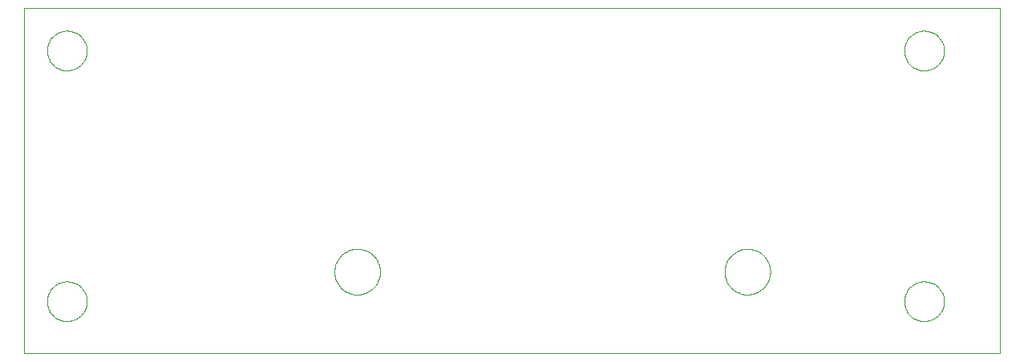
<source format=gko>
G75*
G70*
%OFA0B0*%
%FSLAX24Y24*%
%IPPOS*%
%LPD*%
%AMOC8*
5,1,8,0,0,1.08239X$1,22.5*
%
%ADD10C,0.0000*%
D10*
X000780Y000781D02*
X000780Y015151D01*
X041331Y015151D01*
X041331Y000781D01*
X000780Y000781D01*
X001725Y002946D02*
X001727Y003003D01*
X001733Y003060D01*
X001743Y003116D01*
X001756Y003172D01*
X001774Y003226D01*
X001795Y003279D01*
X001820Y003330D01*
X001848Y003380D01*
X001880Y003427D01*
X001914Y003473D01*
X001952Y003515D01*
X001993Y003555D01*
X002036Y003593D01*
X002082Y003627D01*
X002130Y003657D01*
X002180Y003685D01*
X002232Y003709D01*
X002286Y003729D01*
X002340Y003745D01*
X002396Y003758D01*
X002452Y003767D01*
X002509Y003772D01*
X002566Y003773D01*
X002623Y003770D01*
X002680Y003763D01*
X002736Y003752D01*
X002791Y003738D01*
X002845Y003719D01*
X002898Y003697D01*
X002949Y003672D01*
X002998Y003642D01*
X003045Y003610D01*
X003090Y003574D01*
X003132Y003536D01*
X003171Y003494D01*
X003207Y003450D01*
X003241Y003404D01*
X003271Y003355D01*
X003297Y003305D01*
X003320Y003253D01*
X003339Y003199D01*
X003355Y003144D01*
X003367Y003088D01*
X003375Y003031D01*
X003379Y002975D01*
X003379Y002917D01*
X003375Y002861D01*
X003367Y002804D01*
X003355Y002748D01*
X003339Y002693D01*
X003320Y002639D01*
X003297Y002587D01*
X003271Y002537D01*
X003241Y002488D01*
X003207Y002442D01*
X003171Y002398D01*
X003132Y002356D01*
X003090Y002318D01*
X003045Y002282D01*
X002998Y002250D01*
X002949Y002220D01*
X002898Y002195D01*
X002845Y002173D01*
X002791Y002154D01*
X002736Y002140D01*
X002680Y002129D01*
X002623Y002122D01*
X002566Y002119D01*
X002509Y002120D01*
X002452Y002125D01*
X002396Y002134D01*
X002340Y002147D01*
X002286Y002163D01*
X002232Y002183D01*
X002180Y002207D01*
X002130Y002235D01*
X002082Y002265D01*
X002036Y002299D01*
X001993Y002337D01*
X001952Y002377D01*
X001914Y002419D01*
X001880Y002465D01*
X001848Y002512D01*
X001820Y002562D01*
X001795Y002613D01*
X001774Y002666D01*
X001756Y002720D01*
X001743Y002776D01*
X001733Y002832D01*
X001727Y002889D01*
X001725Y002946D01*
X013665Y004178D02*
X013667Y004239D01*
X013673Y004301D01*
X013683Y004361D01*
X013697Y004421D01*
X013714Y004480D01*
X013736Y004538D01*
X013761Y004594D01*
X013790Y004649D01*
X013822Y004701D01*
X013857Y004751D01*
X013896Y004799D01*
X013938Y004844D01*
X013982Y004887D01*
X014030Y004926D01*
X014079Y004963D01*
X014131Y004996D01*
X014185Y005025D01*
X014241Y005051D01*
X014298Y005074D01*
X014357Y005092D01*
X014416Y005107D01*
X014477Y005118D01*
X014538Y005125D01*
X014600Y005128D01*
X014661Y005127D01*
X014722Y005122D01*
X014783Y005113D01*
X014843Y005100D01*
X014903Y005083D01*
X014961Y005063D01*
X015017Y005039D01*
X015072Y005011D01*
X015125Y004979D01*
X015176Y004945D01*
X015224Y004907D01*
X015270Y004866D01*
X015313Y004822D01*
X015354Y004775D01*
X015391Y004726D01*
X015425Y004675D01*
X015455Y004622D01*
X015482Y004566D01*
X015505Y004509D01*
X015525Y004451D01*
X015541Y004392D01*
X015553Y004331D01*
X015561Y004270D01*
X015565Y004209D01*
X015565Y004147D01*
X015561Y004086D01*
X015553Y004025D01*
X015541Y003964D01*
X015525Y003905D01*
X015505Y003847D01*
X015482Y003790D01*
X015455Y003734D01*
X015425Y003681D01*
X015391Y003630D01*
X015354Y003581D01*
X015313Y003534D01*
X015270Y003490D01*
X015224Y003449D01*
X015176Y003411D01*
X015125Y003377D01*
X015072Y003345D01*
X015017Y003317D01*
X014961Y003293D01*
X014903Y003273D01*
X014843Y003256D01*
X014783Y003243D01*
X014722Y003234D01*
X014661Y003229D01*
X014600Y003228D01*
X014538Y003231D01*
X014477Y003238D01*
X014416Y003249D01*
X014357Y003264D01*
X014298Y003282D01*
X014241Y003305D01*
X014185Y003331D01*
X014131Y003360D01*
X014079Y003393D01*
X014030Y003430D01*
X013982Y003469D01*
X013938Y003512D01*
X013896Y003557D01*
X013857Y003605D01*
X013822Y003655D01*
X013790Y003707D01*
X013761Y003762D01*
X013736Y003818D01*
X013714Y003876D01*
X013697Y003935D01*
X013683Y003995D01*
X013673Y004055D01*
X013667Y004117D01*
X013665Y004178D01*
X029885Y004178D02*
X029887Y004239D01*
X029893Y004301D01*
X029903Y004361D01*
X029917Y004421D01*
X029934Y004480D01*
X029956Y004538D01*
X029981Y004594D01*
X030010Y004649D01*
X030042Y004701D01*
X030077Y004751D01*
X030116Y004799D01*
X030158Y004844D01*
X030202Y004887D01*
X030250Y004926D01*
X030299Y004963D01*
X030351Y004996D01*
X030405Y005025D01*
X030461Y005051D01*
X030518Y005074D01*
X030577Y005092D01*
X030636Y005107D01*
X030697Y005118D01*
X030758Y005125D01*
X030820Y005128D01*
X030881Y005127D01*
X030942Y005122D01*
X031003Y005113D01*
X031063Y005100D01*
X031123Y005083D01*
X031181Y005063D01*
X031237Y005039D01*
X031292Y005011D01*
X031345Y004979D01*
X031396Y004945D01*
X031444Y004907D01*
X031490Y004866D01*
X031533Y004822D01*
X031574Y004775D01*
X031611Y004726D01*
X031645Y004675D01*
X031675Y004622D01*
X031702Y004566D01*
X031725Y004509D01*
X031745Y004451D01*
X031761Y004392D01*
X031773Y004331D01*
X031781Y004270D01*
X031785Y004209D01*
X031785Y004147D01*
X031781Y004086D01*
X031773Y004025D01*
X031761Y003964D01*
X031745Y003905D01*
X031725Y003847D01*
X031702Y003790D01*
X031675Y003734D01*
X031645Y003681D01*
X031611Y003630D01*
X031574Y003581D01*
X031533Y003534D01*
X031490Y003490D01*
X031444Y003449D01*
X031396Y003411D01*
X031345Y003377D01*
X031292Y003345D01*
X031237Y003317D01*
X031181Y003293D01*
X031123Y003273D01*
X031063Y003256D01*
X031003Y003243D01*
X030942Y003234D01*
X030881Y003229D01*
X030820Y003228D01*
X030758Y003231D01*
X030697Y003238D01*
X030636Y003249D01*
X030577Y003264D01*
X030518Y003282D01*
X030461Y003305D01*
X030405Y003331D01*
X030351Y003360D01*
X030299Y003393D01*
X030250Y003430D01*
X030202Y003469D01*
X030158Y003512D01*
X030116Y003557D01*
X030077Y003605D01*
X030042Y003655D01*
X030010Y003707D01*
X029981Y003762D01*
X029956Y003818D01*
X029934Y003876D01*
X029917Y003935D01*
X029903Y003995D01*
X029893Y004055D01*
X029887Y004117D01*
X029885Y004178D01*
X037355Y002946D02*
X037357Y003003D01*
X037363Y003060D01*
X037373Y003116D01*
X037386Y003172D01*
X037404Y003226D01*
X037425Y003279D01*
X037450Y003330D01*
X037478Y003380D01*
X037510Y003427D01*
X037544Y003473D01*
X037582Y003515D01*
X037623Y003555D01*
X037666Y003593D01*
X037712Y003627D01*
X037760Y003657D01*
X037810Y003685D01*
X037862Y003709D01*
X037916Y003729D01*
X037970Y003745D01*
X038026Y003758D01*
X038082Y003767D01*
X038139Y003772D01*
X038196Y003773D01*
X038253Y003770D01*
X038310Y003763D01*
X038366Y003752D01*
X038421Y003738D01*
X038475Y003719D01*
X038528Y003697D01*
X038579Y003672D01*
X038628Y003642D01*
X038675Y003610D01*
X038720Y003574D01*
X038762Y003536D01*
X038801Y003494D01*
X038837Y003450D01*
X038871Y003404D01*
X038901Y003355D01*
X038927Y003305D01*
X038950Y003253D01*
X038969Y003199D01*
X038985Y003144D01*
X038997Y003088D01*
X039005Y003031D01*
X039009Y002975D01*
X039009Y002917D01*
X039005Y002861D01*
X038997Y002804D01*
X038985Y002748D01*
X038969Y002693D01*
X038950Y002639D01*
X038927Y002587D01*
X038901Y002537D01*
X038871Y002488D01*
X038837Y002442D01*
X038801Y002398D01*
X038762Y002356D01*
X038720Y002318D01*
X038675Y002282D01*
X038628Y002250D01*
X038579Y002220D01*
X038528Y002195D01*
X038475Y002173D01*
X038421Y002154D01*
X038366Y002140D01*
X038310Y002129D01*
X038253Y002122D01*
X038196Y002119D01*
X038139Y002120D01*
X038082Y002125D01*
X038026Y002134D01*
X037970Y002147D01*
X037916Y002163D01*
X037862Y002183D01*
X037810Y002207D01*
X037760Y002235D01*
X037712Y002265D01*
X037666Y002299D01*
X037623Y002337D01*
X037582Y002377D01*
X037544Y002419D01*
X037510Y002465D01*
X037478Y002512D01*
X037450Y002562D01*
X037425Y002613D01*
X037404Y002666D01*
X037386Y002720D01*
X037373Y002776D01*
X037363Y002832D01*
X037357Y002889D01*
X037355Y002946D01*
X037355Y013379D02*
X037357Y013436D01*
X037363Y013493D01*
X037373Y013549D01*
X037386Y013605D01*
X037404Y013659D01*
X037425Y013712D01*
X037450Y013763D01*
X037478Y013813D01*
X037510Y013860D01*
X037544Y013906D01*
X037582Y013948D01*
X037623Y013988D01*
X037666Y014026D01*
X037712Y014060D01*
X037760Y014090D01*
X037810Y014118D01*
X037862Y014142D01*
X037916Y014162D01*
X037970Y014178D01*
X038026Y014191D01*
X038082Y014200D01*
X038139Y014205D01*
X038196Y014206D01*
X038253Y014203D01*
X038310Y014196D01*
X038366Y014185D01*
X038421Y014171D01*
X038475Y014152D01*
X038528Y014130D01*
X038579Y014105D01*
X038628Y014075D01*
X038675Y014043D01*
X038720Y014007D01*
X038762Y013969D01*
X038801Y013927D01*
X038837Y013883D01*
X038871Y013837D01*
X038901Y013788D01*
X038927Y013738D01*
X038950Y013686D01*
X038969Y013632D01*
X038985Y013577D01*
X038997Y013521D01*
X039005Y013464D01*
X039009Y013408D01*
X039009Y013350D01*
X039005Y013294D01*
X038997Y013237D01*
X038985Y013181D01*
X038969Y013126D01*
X038950Y013072D01*
X038927Y013020D01*
X038901Y012970D01*
X038871Y012921D01*
X038837Y012875D01*
X038801Y012831D01*
X038762Y012789D01*
X038720Y012751D01*
X038675Y012715D01*
X038628Y012683D01*
X038579Y012653D01*
X038528Y012628D01*
X038475Y012606D01*
X038421Y012587D01*
X038366Y012573D01*
X038310Y012562D01*
X038253Y012555D01*
X038196Y012552D01*
X038139Y012553D01*
X038082Y012558D01*
X038026Y012567D01*
X037970Y012580D01*
X037916Y012596D01*
X037862Y012616D01*
X037810Y012640D01*
X037760Y012668D01*
X037712Y012698D01*
X037666Y012732D01*
X037623Y012770D01*
X037582Y012810D01*
X037544Y012852D01*
X037510Y012898D01*
X037478Y012945D01*
X037450Y012995D01*
X037425Y013046D01*
X037404Y013099D01*
X037386Y013153D01*
X037373Y013209D01*
X037363Y013265D01*
X037357Y013322D01*
X037355Y013379D01*
X001725Y013379D02*
X001727Y013436D01*
X001733Y013493D01*
X001743Y013549D01*
X001756Y013605D01*
X001774Y013659D01*
X001795Y013712D01*
X001820Y013763D01*
X001848Y013813D01*
X001880Y013860D01*
X001914Y013906D01*
X001952Y013948D01*
X001993Y013988D01*
X002036Y014026D01*
X002082Y014060D01*
X002130Y014090D01*
X002180Y014118D01*
X002232Y014142D01*
X002286Y014162D01*
X002340Y014178D01*
X002396Y014191D01*
X002452Y014200D01*
X002509Y014205D01*
X002566Y014206D01*
X002623Y014203D01*
X002680Y014196D01*
X002736Y014185D01*
X002791Y014171D01*
X002845Y014152D01*
X002898Y014130D01*
X002949Y014105D01*
X002998Y014075D01*
X003045Y014043D01*
X003090Y014007D01*
X003132Y013969D01*
X003171Y013927D01*
X003207Y013883D01*
X003241Y013837D01*
X003271Y013788D01*
X003297Y013738D01*
X003320Y013686D01*
X003339Y013632D01*
X003355Y013577D01*
X003367Y013521D01*
X003375Y013464D01*
X003379Y013408D01*
X003379Y013350D01*
X003375Y013294D01*
X003367Y013237D01*
X003355Y013181D01*
X003339Y013126D01*
X003320Y013072D01*
X003297Y013020D01*
X003271Y012970D01*
X003241Y012921D01*
X003207Y012875D01*
X003171Y012831D01*
X003132Y012789D01*
X003090Y012751D01*
X003045Y012715D01*
X002998Y012683D01*
X002949Y012653D01*
X002898Y012628D01*
X002845Y012606D01*
X002791Y012587D01*
X002736Y012573D01*
X002680Y012562D01*
X002623Y012555D01*
X002566Y012552D01*
X002509Y012553D01*
X002452Y012558D01*
X002396Y012567D01*
X002340Y012580D01*
X002286Y012596D01*
X002232Y012616D01*
X002180Y012640D01*
X002130Y012668D01*
X002082Y012698D01*
X002036Y012732D01*
X001993Y012770D01*
X001952Y012810D01*
X001914Y012852D01*
X001880Y012898D01*
X001848Y012945D01*
X001820Y012995D01*
X001795Y013046D01*
X001774Y013099D01*
X001756Y013153D01*
X001743Y013209D01*
X001733Y013265D01*
X001727Y013322D01*
X001725Y013379D01*
M02*

</source>
